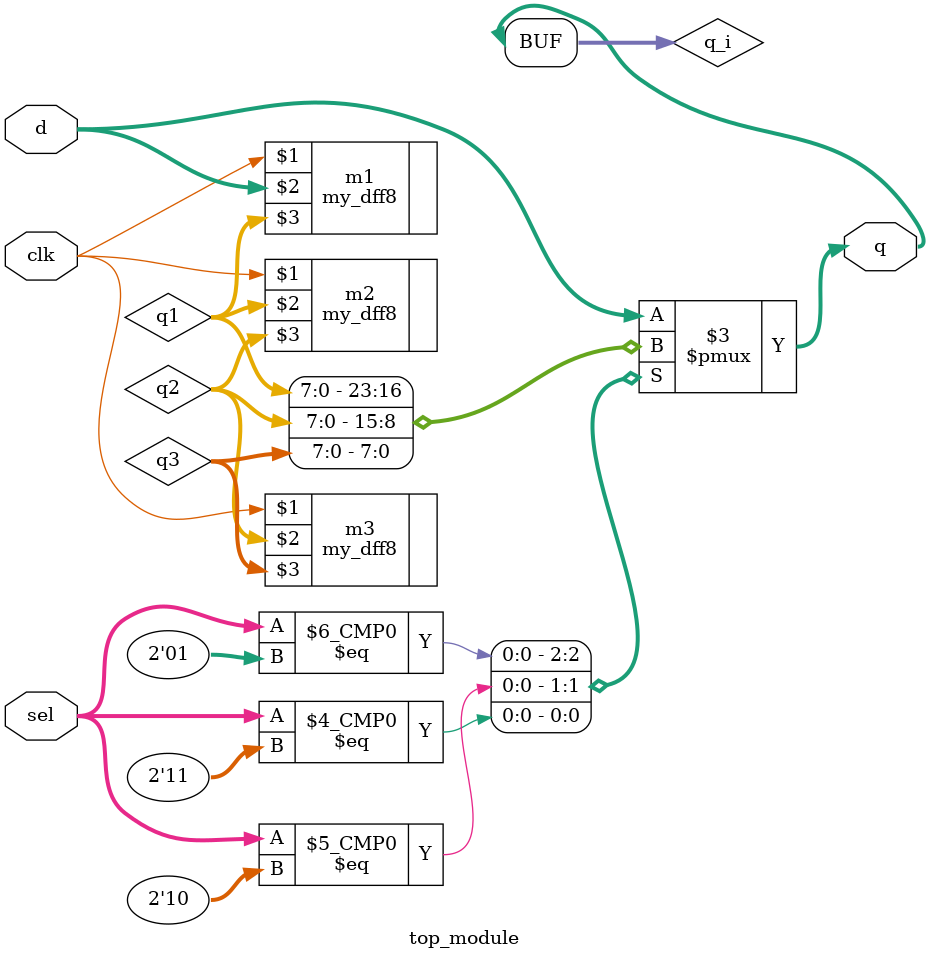
<source format=v>
/*

Copyright 2022 Marc Ketel
SPDX-License-Identifier: Apache-2.0

*/

`default_nettype none

module top_module (
    input wire clk,
    input wire [7:0] d,
    input wire [1:0] sel,
    output wire [7:0] q
);

  reg  [7:0] q_i;

  wire [7:0] q1;
  wire [7:0] q2;
  wire [7:0] q3;

  my_dff8 m1 (
      clk,
      d,
      q1
  );
  my_dff8 m2 (
      clk,
      q1,
      q2
  );
  my_dff8 m3 (
      clk,
      q2,
      q3
  );

  assign q = q_i;

  always @(*) begin
    case (sel)
      2'd1: q_i = q1;
      2'd2: q_i = q2;
      2'd3: q_i = q3;
      default: q_i = d;
    endcase
  end

endmodule

</source>
